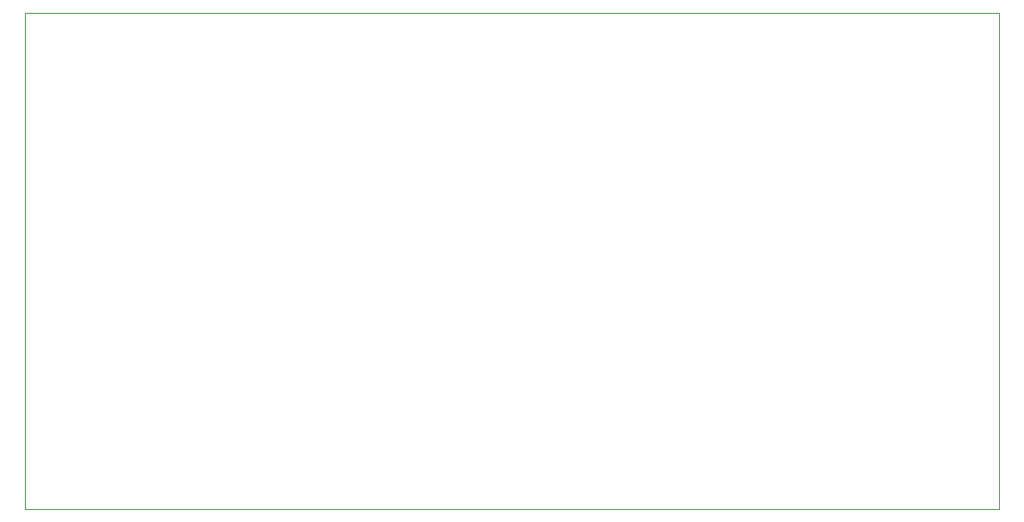
<source format=gbr>
G04 #@! TF.GenerationSoftware,KiCad,Pcbnew,5.1.5-52549c5~84~ubuntu19.10.1*
G04 #@! TF.CreationDate,2019-12-01T23:59:15+01:00*
G04 #@! TF.ProjectId,eduzebox,6564757a-6562-46f7-982e-6b696361645f,rev?*
G04 #@! TF.SameCoordinates,Original*
G04 #@! TF.FileFunction,Profile,NP*
%FSLAX46Y46*%
G04 Gerber Fmt 4.6, Leading zero omitted, Abs format (unit mm)*
G04 Created by KiCad (PCBNEW 5.1.5-52549c5~84~ubuntu19.10.1) date 2019-12-01 23:59:15*
%MOMM*%
%LPD*%
G04 APERTURE LIST*
%ADD10C,0.050000*%
G04 APERTURE END LIST*
D10*
X184785000Y-107950000D02*
X184785000Y-59055000D01*
X88900000Y-107950000D02*
X184785000Y-107950000D01*
X88900000Y-59055000D02*
X88900000Y-107950000D01*
X184785000Y-59055000D02*
X88900000Y-59055000D01*
M02*

</source>
